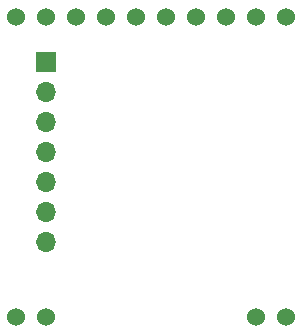
<source format=gbr>
%TF.GenerationSoftware,KiCad,Pcbnew,(5.1.6-0)*%
%TF.CreationDate,2020-10-20T21:46:17+02:00*%
%TF.ProjectId,DisplayAdapter_DOGS104,44697370-6c61-4794-9164-61707465725f,rev?*%
%TF.SameCoordinates,Original*%
%TF.FileFunction,Soldermask,Bot*%
%TF.FilePolarity,Negative*%
%FSLAX46Y46*%
G04 Gerber Fmt 4.6, Leading zero omitted, Abs format (unit mm)*
G04 Created by KiCad (PCBNEW (5.1.6-0)) date 2020-10-20 21:46:17*
%MOMM*%
%LPD*%
G01*
G04 APERTURE LIST*
%ADD10C,1.524000*%
%ADD11O,1.700000X1.700000*%
%ADD12R,1.700000X1.700000*%
G04 APERTURE END LIST*
D10*
%TO.C,U1*%
X139970000Y-116400000D03*
X162830000Y-91000000D03*
X160290000Y-91000000D03*
X157750000Y-91000000D03*
X155210000Y-91000000D03*
X152670000Y-91000000D03*
X150130000Y-91000000D03*
X147590000Y-91000000D03*
X145050000Y-91000000D03*
X142510000Y-91000000D03*
X139970000Y-91000000D03*
X142510000Y-116400000D03*
X160290000Y-116400000D03*
X162830000Y-116400000D03*
%TD*%
D11*
%TO.C,J1*%
X142500000Y-110080000D03*
X142500000Y-107540000D03*
X142500000Y-105000000D03*
X142500000Y-102460000D03*
X142500000Y-99920000D03*
X142500000Y-97380000D03*
D12*
X142500000Y-94840000D03*
%TD*%
M02*

</source>
